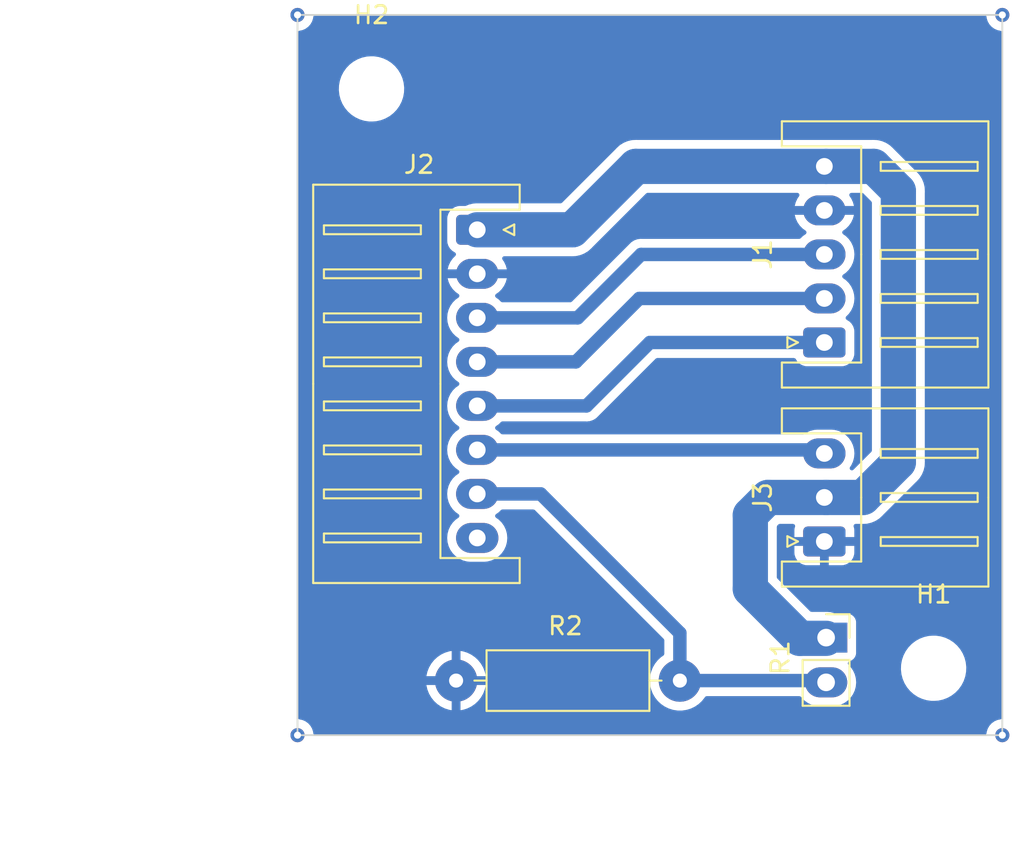
<source format=kicad_pcb>
(kicad_pcb (version 20221018) (generator pcbnew)
  (layers (0 "F.Cu" signal) (31 "B.Cu" signal) (34 "B.Paste" user) (35 "F.Paste" user) (36 "B.SilkS" user "B.Silkscreen") (37 "F.SilkS" user "F.Silkscreen") (38 "B.Mask" user) (39 "F.Mask" user) (44 "Edge.Cuts" user))
  (net 0 "")
  (net 1 "/LED CLK PIN_")
  (net 2 "/LED CS PIN_")
  (net 3 "/LED DATA PIN_")
  (net 4 "/GND_")
  (net 5 "/5V_")
  (net 6 "/SERVO_")
  (net 7 "/LDR_")
  (footprint "Connector_JST:JST_XH_S8B-XH-A_1x08_P2.50mm_Horizontal" (layer "F.Cu") (at 143.5 93.4 -90)
    (fp_text reference "J2" (at -3.7 3.3 -180) (layer "F.SilkS"))
    (fp_text value "Screw_Terminal_01x08" hide)
    (fp_line (start -2.56 -2.41) (end -1.14 -2.41) (stroke (width 0.12)) (layer "F.SilkS"))
    (fp_line (start -2.56 9.31) (end -2.56 -2.41) (stroke (width 0.12)) (layer "F.SilkS"))
    (fp_line (start -1.14 -2.41) (end -1.14 2.09) (stroke (width 0.12)) (layer "F.SilkS"))
    (fp_line (start -1.14 2.09) (end 8.75 2.09) (stroke (width 0.12)) (layer "F.SilkS"))
    (fp_line (start -0.3 -2.1) (end 0.3 -2.1) (stroke (width 0.12)) (layer "F.SilkS"))
    (fp_line (start -0.25 3.2) (end -0.25 8.7) (stroke (width 0.12)) (layer "F.SilkS"))
    (fp_line (start -0.25 8.7) (end 0.25 8.7) (stroke (width 0.12)) (layer "F.SilkS"))
    (fp_line (start 0 -1.5) (end -0.3 -2.1) (stroke (width 0.12)) (layer "F.SilkS"))
    (fp_line (start 0.25 3.2) (end -0.25 3.2) (stroke (width 0.12)) (layer "F.SilkS"))
    (fp_line (start 0.25 8.7) (end 0.25 3.2) (stroke (width 0.12)) (layer "F.SilkS"))
    (fp_line (start 0.3 -2.1) (end 0 -1.5) (stroke (width 0.12)) (layer "F.SilkS"))
    (fp_line (start 2.25 3.2) (end 2.25 8.7) (stroke (width 0.12)) (layer "F.SilkS"))
    (fp_line (start 2.25 8.7) (end 2.75 8.7) (stroke (width 0.12)) (layer "F.SilkS"))
    (fp_line (start 2.75 3.2) (end 2.25 3.2) (stroke (width 0.12)) (layer "F.SilkS"))
    (fp_line (start 2.75 8.7) (end 2.75 3.2) (stroke (width 0.12)) (layer "F.SilkS"))
    (fp_line (start 4.75 3.2) (end 4.75 8.7) (stroke (width 0.12)) (layer "F.SilkS"))
    (fp_line (start 4.75 8.7) (end 5.25 8.7) (stroke (width 0.12)) (layer "F.SilkS"))
    (fp_line (start 5.25 3.2) (end 4.75 3.2) (stroke (width 0.12)) (layer "F.SilkS"))
    (fp_line (start 5.25 8.7) (end 5.25 3.2) (stroke (width 0.12)) (layer "F.SilkS"))
    (fp_line (start 7.25 3.2) (end 7.25 8.7) (stroke (width 0.12)) (layer "F.SilkS"))
    (fp_line (start 7.25 8.7) (end 7.75 8.7) (stroke (width 0.12)) (layer "F.SilkS"))
    (fp_line (start 7.75 3.2) (end 7.25 3.2) (stroke (width 0.12)) (layer "F.SilkS"))
    (fp_line (start 7.75 8.7) (end 7.75 3.2) (stroke (width 0.12)) (layer "F.SilkS"))
    (fp_line (start 8.75 9.31) (end -2.56 9.31) (stroke (width 0.12)) (layer "F.SilkS"))
    (fp_line (start 8.75 9.31) (end 20.06 9.31) (stroke (width 0.12)) (layer "F.SilkS"))
    (fp_line (start 9.75 3.2) (end 9.75 8.7) (stroke (width 0.12)) (layer "F.SilkS"))
    (fp_line (start 9.75 8.7) (end 10.25 8.7) (stroke (width 0.12)) (layer "F.SilkS"))
    (fp_line (start 10.25 3.2) (end 9.75 3.2) (stroke (width 0.12)) (layer "F.SilkS"))
    (fp_line (start 10.25 8.7) (end 10.25 3.2) (stroke (width 0.12)) (layer "F.SilkS"))
    (fp_line (start 12.25 3.2) (end 12.25 8.7) (stroke (width 0.12)) (layer "F.SilkS"))
    (fp_line (start 12.25 8.7) (end 12.75 8.7) (stroke (width 0.12)) (layer "F.SilkS"))
    (fp_line (start 12.75 3.2) (end 12.25 3.2) (stroke (width 0.12)) (layer "F.SilkS"))
    (fp_line (start 12.75 8.7) (end 12.75 3.2) (stroke (width 0.12)) (layer "F.SilkS"))
    (fp_line (start 14.75 3.2) (end 14.75 8.7) (stroke (width 0.12)) (layer "F.SilkS"))
    (fp_line (start 14.75 8.7) (end 15.25 8.7) (stroke (width 0.12)) (layer "F.SilkS"))
    (fp_line (start 15.25 3.2) (end 14.75 3.2) (stroke (width 0.12)) (layer "F.SilkS"))
    (fp_line (start 15.25 8.7) (end 15.25 3.2) (stroke (width 0.12)) (layer "F.SilkS"))
    (fp_line (start 17.25 3.2) (end 17.25 8.7) (stroke (width 0.12)) (layer "F.SilkS"))
    (fp_line (start 17.25 8.7) (end 17.75 8.7) (stroke (width 0.12)) (layer "F.SilkS"))
    (fp_line (start 17.75 3.2) (end 17.25 3.2) (stroke (width 0.12)) (layer "F.SilkS"))
    (fp_line (start 17.75 8.7) (end 17.75 3.2) (stroke (width 0.12)) (layer "F.SilkS"))
    (fp_line (start 18.64 -2.41) (end 18.64 2.09) (stroke (width 0.12)) (layer "F.SilkS"))
    (fp_line (start 18.64 2.09) (end 8.75 2.09) (stroke (width 0.12)) (layer "F.SilkS"))
    (fp_line (start 20.06 -2.41) (end 18.64 -2.41) (stroke (width 0.12)) (layer "F.SilkS"))
    (fp_line (start 20.06 9.31) (end 20.06 -2.41) (stroke (width 0.12)) (layer "F.SilkS"))
    (pad "1" thru_hole roundrect (at 0 0 270) (size 1.7 2.4) (drill 0.95) (layers "*.Cu" "*.Mask") (roundrect_rratio 0.147059) (net 5 "/5V_"))
    (pad "2" thru_hole oval (at 2.5 0 270) (size 1.7 2.4) (drill 0.95) (layers "*.Cu" "*.Mask") (net 4 "/GND_"))
    (pad "3" thru_hole oval (at 5 0 270) (size 1.7 2.4) (drill 0.95) (layers "*.Cu" "*.Mask") (net 3 "/LED DATA PIN_"))
    (pad "4" thru_hole oval (at 7.5 0 270) (size 1.7 2.4) (drill 0.95) (layers "*.Cu" "*.Mask") (net 2 "/LED CS PIN_"))
    (pad "5" thru_hole oval (at 10 0 270) (size 1.7 2.4) (drill 0.95) (layers "*.Cu" "*.Mask") (net 1 "/LED CLK PIN_"))
    (pad "6" thru_hole oval (at 12.5 0 270) (size 1.7 2.4) (drill 0.95) (layers "*.Cu" "*.Mask") (net 6 "/SERVO_"))
    (pad "7" thru_hole oval (at 15 0 270) (size 1.7 2.4) (drill 0.95) (layers "*.Cu" "*.Mask") (net 7 "/LDR_"))
    (pad "8" thru_hole oval (at 17.5 0 270) (size 1.7 2.4) (drill 0.95) (layers "*.Cu" "*.Mask"))
  )
  (footprint "Connector_JST:JST_XH_S5B-XH-A_1x05_P2.50mm_Horizontal" (layer "F.Cu") (at 163.2 99.8 90)
    (fp_text reference "J1" (at 5 -3.5 90) (layer "F.SilkS"))
    (fp_text value "Screw_Terminal_01x05")
    (fp_line (start -2.56 -2.41) (end -1.14 -2.41) (stroke (width 0.12)) (layer "F.SilkS"))
    (fp_line (start -2.56 9.31) (end -2.56 -2.41) (stroke (width 0.12)) (layer "F.SilkS"))
    (fp_line (start -1.14 -2.41) (end -1.14 2.09) (stroke (width 0.12)) (layer "F.SilkS"))
    (fp_line (start -1.14 2.09) (end 5 2.09) (stroke (width 0.12)) (layer "F.SilkS"))
    (fp_line (start -0.3 -2.1) (end 0.3 -2.1) (stroke (width 0.12)) (layer "F.SilkS"))
    (fp_line (start -0.25 3.2) (end -0.25 8.7) (stroke (width 0.12)) (layer "F.SilkS"))
    (fp_line (start -0.25 8.7) (end 0.25 8.7) (stroke (width 0.12)) (layer "F.SilkS"))
    (fp_line (start 0 -1.5) (end -0.3 -2.1) (stroke (width 0.12)) (layer "F.SilkS"))
    (fp_line (start 0.25 3.2) (end -0.25 3.2) (stroke (width 0.12)) (layer "F.SilkS"))
    (fp_line (start 0.25 8.7) (end 0.25 3.2) (stroke (width 0.12)) (layer "F.SilkS"))
    (fp_line (start 0.3 -2.1) (end 0 -1.5) (stroke (width 0.12)) (layer "F.SilkS"))
    (fp_line (start 2.25 3.2) (end 2.25 8.7) (stroke (width 0.12)) (layer "F.SilkS"))
    (fp_line (start 2.25 8.7) (end 2.75 8.7) (stroke (width 0.12)) (layer "F.SilkS"))
    (fp_line (start 2.75 3.2) (end 2.25 3.2) (stroke (width 0.12)) (layer "F.SilkS"))
    (fp_line (start 2.75 8.7) (end 2.75 3.2) (stroke (width 0.12)) (layer "F.SilkS"))
    (fp_line (start 4.75 3.2) (end 4.75 8.7) (stroke (width 0.12)) (layer "F.SilkS"))
    (fp_line (start 4.75 8.7) (end 5.25 8.7) (stroke (width 0.12)) (layer "F.SilkS"))
    (fp_line (start 5 9.31) (end -2.56 9.31) (stroke (width 0.12)) (layer "F.SilkS"))
    (fp_line (start 5 9.31) (end 12.56 9.31) (stroke (width 0.12)) (layer "F.SilkS"))
    (fp_line (start 5.25 3.2) (end 4.75 3.2) (stroke (width 0.12)) (layer "F.SilkS"))
    (fp_line (start 5.25 8.7) (end 5.25 3.2) (stroke (width 0.12)) (layer "F.SilkS"))
    (fp_line (start 7.25 3.2) (end 7.25 8.7) (stroke (width 0.12)) (layer "F.SilkS"))
    (fp_line (start 7.25 8.7) (end 7.75 8.7) (stroke (width 0.12)) (layer "F.SilkS"))
    (fp_line (start 7.75 3.2) (end 7.25 3.2) (stroke (width 0.12)) (layer "F.SilkS"))
    (fp_line (start 7.75 8.7) (end 7.75 3.2) (stroke (width 0.12)) (layer "F.SilkS"))
    (fp_line (start 9.75 3.2) (end 9.75 8.7) (stroke (width 0.12)) (layer "F.SilkS"))
    (fp_line (start 9.75 8.7) (end 10.25 8.7) (stroke (width 0.12)) (layer "F.SilkS"))
    (fp_line (start 10.25 3.2) (end 9.75 3.2) (stroke (width 0.12)) (layer "F.SilkS"))
    (fp_line (start 10.25 8.7) (end 10.25 3.2) (stroke (width 0.12)) (layer "F.SilkS"))
    (fp_line (start 11.14 -2.41) (end 11.14 2.09) (stroke (width 0.12)) (layer "F.SilkS"))
    (fp_line (start 11.14 2.09) (end 5 2.09) (stroke (width 0.12)) (layer "F.SilkS"))
    (fp_line (start 12.56 -2.41) (end 11.14 -2.41) (stroke (width 0.12)) (layer "F.SilkS"))
    (fp_line (start 12.56 9.31) (end 12.56 -2.41) (stroke (width 0.12)) (layer "F.SilkS"))
    (pad "1" thru_hole roundrect (at 0 0 90) (size 1.7 2.4) (drill 0.95) (layers "*.Cu" "*.Mask") (roundrect_rratio 0.147059) (net 1 "/LED CLK PIN_"))
    (pad "2" thru_hole oval (at 2.5 0 90) (size 1.7 2.4) (drill 0.95) (layers "*.Cu" "*.Mask") (net 2 "/LED CS PIN_"))
    (pad "3" thru_hole oval (at 5 0 90) (size 1.7 2.4) (drill 0.95) (layers "*.Cu" "*.Mask") (net 3 "/LED DATA PIN_"))
    (pad "4" thru_hole oval (at 7.5 0 90) (size 1.7 2.4) (drill 0.95) (layers "*.Cu" "*.Mask") (net 4 "/GND_"))
    (pad "5" thru_hole oval (at 10 0 90) (size 1.7 2.4) (drill 0.95) (layers "*.Cu" "*.Mask") (net 5 "/5V_"))
  )
  (footprint "MountingHole:MountingHole_3.2mm_M3" (layer "F.Cu") (at 137.5 85.4)
    (fp_text reference "H2" (at 0 -4.2) (layer "F.SilkS"))
    (fp_text value "MountingHole")
    (pad "" np_thru_hole circle (at 0 0) (size 3.2 3.2) (drill 3.2) (layers "*.Cu" "*.Mask"))
  )
  (footprint "Resistor_THT:R_Axial_DIN0309_L9.0mm_D3.2mm_P12.70mm_Horizontal" (layer "F.Cu") (at 155 119 180)
    (fp_text reference "R2" (at 6.5 3.1) (layer "F.SilkS"))
    (fp_text value "10K")
    (fp_line (start 1.04 0) (end 1.73 0) (stroke (width 0.12)) (layer "F.SilkS"))
    (fp_line (start 1.73 -1.72) (end 1.73 1.72) (stroke (width 0.12)) (layer "F.SilkS"))
    (fp_line (start 1.73 1.72) (end 10.97 1.72) (stroke (width 0.12)) (layer "F.SilkS"))
    (fp_line (start 10.97 -1.72) (end 1.73 -1.72) (stroke (width 0.12)) (layer "F.SilkS"))
    (fp_line (start 10.97 1.72) (end 10.97 -1.72) (stroke (width 0.12)) (layer "F.SilkS"))
    (fp_line (start 11.66 0) (end 10.97 0) (stroke (width 0.12)) (layer "F.SilkS"))
    (pad "1" thru_hole circle (at 0 0 180) (size 2.4 2.4) (drill 0.8) (layers "*.Cu" "*.Mask") (net 7 "/LDR_"))
    (pad "2" thru_hole oval (at 12.7 0 180) (size 2.4 2.4) (drill 0.8) (layers "*.Cu" "*.Mask") (net 4 "/GND_"))
  )
  (footprint "MountingHole:MountingHole_3.2mm_M3" (layer "F.Cu") (at 169.4 118.3)
    (fp_text reference "H1" (at 0 -4.2) (layer "F.SilkS"))
    (fp_text value "MountingHole")
    (pad "" np_thru_hole circle (at 0 0) (size 3.2 3.2) (drill 3.2) (layers "*.Cu" "*.Mask"))
  )
  (footprint "Connector_JST:JST_XH_S3B-XH-A_1x03_P2.50mm_Horizontal" (layer "F.Cu") (at 163.2 111.1 90)
    (fp_text reference "J3" (at 2.5 -3.5 90) (layer "F.SilkS"))
    (fp_text value "Screw_Terminal_01x03")
    (fp_line (start -2.56 -2.41) (end -1.14 -2.41) (stroke (width 0.12)) (layer "F.SilkS"))
    (fp_line (start -2.56 9.31) (end -2.56 -2.41) (stroke (width 0.12)) (layer "F.SilkS"))
    (fp_line (start -1.14 -2.41) (end -1.14 2.09) (stroke (width 0.12)) (layer "F.SilkS"))
    (fp_line (start -1.14 2.09) (end 2.5 2.09) (stroke (width 0.12)) (layer "F.SilkS"))
    (fp_line (start -0.3 -2.1) (end 0.3 -2.1) (stroke (width 0.12)) (layer "F.SilkS"))
    (fp_line (start -0.25 3.2) (end -0.25 8.7) (stroke (width 0.12)) (layer "F.SilkS"))
    (fp_line (start -0.25 8.7) (end 0.25 8.7) (stroke (width 0.12)) (layer "F.SilkS"))
    (fp_line (start 0 -1.5) (end -0.3 -2.1) (stroke (width 0.12)) (layer "F.SilkS"))
    (fp_line (start 0.25 3.2) (end -0.25 3.2) (stroke (width 0.12)) (layer "F.SilkS"))
    (fp_line (start 0.25 8.7) (end 0.25 3.2) (stroke (width 0.12)) (layer "F.SilkS"))
    (fp_line (start 0.3 -2.1) (end 0 -1.5) (stroke (width 0.12)) (layer "F.SilkS"))
    (fp_line (start 2.25 3.2) (end 2.25 8.7) (stroke (width 0.12)) (layer "F.SilkS"))
    (fp_line (start 2.25 8.7) (end 2.75 8.7) (stroke (width 0.12)) (layer "F.SilkS"))
    (fp_line (start 2.5 9.31) (end -2.56 9.31) (stroke (width 0.12)) (layer "F.SilkS"))
    (fp_line (start 2.5 9.31) (end 7.56 9.31) (stroke (width 0.12)) (layer "F.SilkS"))
    (fp_line (start 2.75 3.2) (end 2.25 3.2) (stroke (width 0.12)) (layer "F.SilkS"))
    (fp_line (start 2.75 8.7) (end 2.75 3.2) (stroke (width 0.12)) (layer "F.SilkS"))
    (fp_line (start 4.75 3.2) (end 4.75 8.7) (stroke (width 0.12)) (layer "F.SilkS"))
    (fp_line (start 4.75 8.7) (end 5.25 8.7) (stroke (width 0.12)) (layer "F.SilkS"))
    (fp_line (start 5.25 3.2) (end 4.75 3.2) (stroke (width 0.12)) (layer "F.SilkS"))
    (fp_line (start 5.25 8.7) (end 5.25 3.2) (stroke (width 0.12)) (layer "F.SilkS"))
    (fp_line (start 6.14 -2.41) (end 6.14 2.09) (stroke (width 0.12)) (layer "F.SilkS"))
    (fp_line (start 6.14 2.09) (end 2.5 2.09) (stroke (width 0.12)) (layer "F.SilkS"))
    (fp_line (start 7.56 -2.41) (end 6.14 -2.41) (stroke (width 0.12)) (layer "F.SilkS"))
    (fp_line (start 7.56 9.31) (end 7.56 -2.41) (stroke (width 0.12)) (layer "F.SilkS"))
    (pad "1" thru_hole roundrect (at 0 0 90) (size 1.7 2.4) (drill 0.95) (layers "*.Cu" "*.Mask") (roundrect_rratio 0.147059) (net 4 "/GND_"))
    (pad "2" thru_hole oval (at 2.5 0 90) (size 1.7 2.4) (drill 0.95) (layers "*.Cu" "*.Mask") (net 5 "/5V_"))
    (pad "3" thru_hole oval (at 5 0 90) (size 1.7 2.4) (drill 0.95) (layers "*.Cu" "*.Mask") (net 6 "/SERVO_"))
  )
  (footprint "Connector_PinSocket_2.54mm:PinSocket_1x02_P2.54mm_Vertical" (layer "F.Cu") (at 163.3 116.56)
    (fp_text reference "R1" (at -2.6 1.14 90) (layer "F.SilkS"))
    (fp_text value "M9960" hide)
    (fp_line (start -1.33 1.27) (end -1.33 3.87) (stroke (width 0.12)) (layer "F.SilkS"))
    (fp_line (start -1.33 1.27) (end 1.33 1.27) (stroke (width 0.12)) (layer "F.SilkS"))
    (fp_line (start -1.33 3.87) (end 1.33 3.87) (stroke (width 0.12)) (layer "F.SilkS"))
    (fp_line (start 0 -1.33) (end 1.33 -1.33) (stroke (width 0.12)) (layer "F.SilkS"))
    (fp_line (start 1.33 -1.33) (end 1.33 0) (stroke (width 0.12)) (layer "F.SilkS"))
    (fp_line (start 1.33 1.27) (end 1.33 3.87) (stroke (width 0.12)) (layer "F.SilkS"))
    (pad "1" thru_hole rect (at 0 0) (size 2.4 1.7) (drill 1) (layers "*.Cu" "*.Mask") (net 5 "/5V_"))
    (pad "2" thru_hole oval (at 0 2.54) (size 2.4 1.7) (drill 1) (layers "*.Cu" "*.Mask") (net 7 "/LDR_"))
  )
  (gr_rect (start 133.3 81.2) (end 173.3 122.1) (stroke (width 0.1)) (fill none) (layer "Edge.Cuts"))
  (via (at 133.3 81.2) (size 0.8) (drill 0.4) (layers "F.Cu" "B.Cu") (net 0))
  (via (at 133.3 122.1) (size 0.8) (drill 0.4) (layers "F.Cu" "B.Cu") (net 0))
  (via (at 173.3 122.1) (size 0.8) (drill 0.4) (layers "F.Cu" "B.Cu") (net 0))
  (via (at 173.3 81.2) (size 0.8) (drill 0.4) (layers "F.Cu" "B.Cu") (net 0))
  (segment (start 149.7 103.4) (end 143.5 103.4) (width 0.762) (layer "B.Cu") (net 1))
  (segment (start 163.3 99.8) (end 153.3 99.8) (width 0.762) (layer "B.Cu") (net 1))
  (segment (start 153.3 99.8) (end 149.7 103.4) (width 0.762) (layer "B.Cu") (net 1))
  (segment (start 152.7 97.3) (end 163.3 97.3) (width 0.762) (layer "B.Cu") (net 2))
  (segment (start 149.1 100.9) (end 152.7 97.3) (width 0.762) (layer "B.Cu") (net 2))
  (segment (start 143.5 100.9) (end 149.1 100.9) (width 0.762) (layer "B.Cu") (net 2))
  (segment (start 152.8 94.8) (end 163.3 94.8) (width 0.762) (layer "B.Cu") (net 3))
  (segment (start 143.5 98.4) (end 149.2 98.4) (width 0.762) (layer "B.Cu") (net 3))
  (segment (start 149.2 98.4) (end 152.8 94.8) (width 0.762) (layer "B.Cu") (net 3))
  (segment (start 159 109.6) (end 159 113.8) (width 2) (layer "B.Cu") (net 5))
  (segment (start 166 89.8) (end 167.4 91.2) (width 2) (layer "B.Cu") (net 5))
  (segment (start 167.4 91.2) (end 167.4 106.6) (width 2) (layer "B.Cu") (net 5))
  (segment (start 160 108.6) (end 159 109.6) (width 2) (layer "B.Cu") (net 5))
  (segment (start 159 113.8) (end 161.8 116.6) (width 2) (layer "B.Cu") (net 5))
  (segment (start 167.4 106.6) (end 165.4 108.6) (width 2) (layer "B.Cu") (net 5))
  (segment (start 163.3 89.8) (end 166 89.8) (width 2) (layer "B.Cu") (net 5))
  (segment (start 152.5 89.8) (end 163.3 89.8) (width 2) (layer "B.Cu") (net 5))
  (segment (start 163.3 108.6) (end 160 108.6) (width 2) (layer "B.Cu") (net 5))
  (segment (start 148.9 93.4) (end 152.5 89.8) (width 2) (layer "B.Cu") (net 5))
  (segment (start 165.4 108.6) (end 163.3 108.6) (width 2) (layer "B.Cu") (net 5))
  (segment (start 161.8 116.6) (end 163.3 116.6) (width 2) (layer "B.Cu") (net 5))
  (segment (start 143.5 93.4) (end 148.9 93.4) (width 2) (layer "B.Cu") (net 5))
  (segment (start 163.1 105.9) (end 163.3 106.1) (width 0.762) (layer "B.Cu") (net 6))
  (segment (start 143.5 105.9) (end 163.1 105.9) (width 0.762) (layer "B.Cu") (net 6))
  (segment (start 147.1 108.4) (end 143.5 108.4) (width 0.762) (layer "B.Cu") (net 7))
  (segment (start 163.2 119) (end 163.3 119.1) (width 0.762) (layer "B.Cu") (net 7))
  (segment (start 155 119) (end 163.2 119) (width 0.762) (layer "B.Cu") (net 7))
  (segment (start 155 116.3) (end 147.1 108.4) (width 0.762) (layer "B.Cu") (net 7))
  (segment (start 155.025 119.025) (end 155 119) (width 0.762) (layer "B.Cu") (net 7))
  (segment (start 155 119) (end 155 116.3) (width 0.762) (layer "B.Cu") (net 7))
  (zone (net 4) (net_name "/GND_") (layer "B.Cu") (priority 2) (connect_pads (clearance 0.5)) (min_thickness 0.25) (fill yes (thermal_gap 0.5) (thermal_bridge_width 0.5))
    (polygon (pts (xy 173.3 122.1) (xy 173.3 81.2) (xy 133.3 81.2) (xy 133.3 122.1)))
  )
)
</source>
